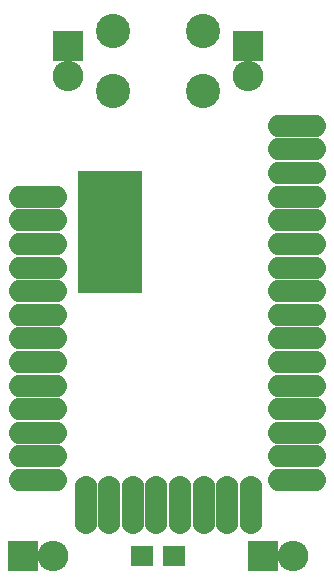
<source format=gbr>
G04 #@! TF.FileFunction,Soldermask,Top*
%FSLAX46Y46*%
G04 Gerber Fmt 4.6, Leading zero omitted, Abs format (unit mm)*
G04 Created by KiCad (PCBNEW 4.0.6) date 12/04/17 20:40:56*
%MOMM*%
%LPD*%
G01*
G04 APERTURE LIST*
%ADD10C,0.050000*%
%ADD11R,1.900000X1.700000*%
%ADD12O,4.900000X1.924000*%
%ADD13O,1.924000X4.900000*%
%ADD14R,5.400000X10.400000*%
%ADD15C,2.900000*%
%ADD16R,2.600000X2.600000*%
%ADD17O,2.600000X2.600000*%
G04 APERTURE END LIST*
D10*
D11*
X137080000Y-96520000D03*
X139780000Y-96520000D03*
D12*
X128270000Y-66120000D03*
X128270000Y-68120000D03*
X128270000Y-70120000D03*
X128270000Y-72120000D03*
X128270000Y-74120000D03*
X128270000Y-76120000D03*
X128270000Y-78120000D03*
X128270000Y-80120000D03*
X128270000Y-82120000D03*
X128270000Y-84120000D03*
X128270000Y-86120000D03*
X128270000Y-88120000D03*
X128270000Y-90120000D03*
D13*
X132270000Y-92200000D03*
X134270000Y-92200000D03*
X136270000Y-92200000D03*
X138270000Y-92200000D03*
X140270000Y-92200000D03*
X142270000Y-92200000D03*
X144270000Y-92200000D03*
X146270000Y-92200000D03*
D12*
X150170000Y-90120000D03*
X150170000Y-88120000D03*
X150170000Y-86120000D03*
X150170000Y-84120000D03*
X150170000Y-82120000D03*
X150170000Y-80120000D03*
X150170000Y-78120000D03*
X150170000Y-76120000D03*
X150170000Y-74120000D03*
X150170000Y-72120000D03*
X150170000Y-70120000D03*
X150170000Y-68120000D03*
X150170000Y-66120000D03*
X150170000Y-64120000D03*
X150170000Y-62120000D03*
X150170000Y-60120000D03*
D14*
X134370000Y-69090000D03*
D15*
X142240000Y-52070000D03*
X134620000Y-52070000D03*
X134620000Y-57150000D03*
X142240000Y-57150000D03*
D16*
X147320000Y-96520000D03*
D17*
X149860000Y-96520000D03*
D16*
X127000000Y-96520000D03*
D17*
X129540000Y-96520000D03*
D16*
X146050000Y-53340000D03*
D17*
X146050000Y-55880000D03*
D16*
X130810000Y-53340000D03*
D17*
X130810000Y-55880000D03*
M02*

</source>
